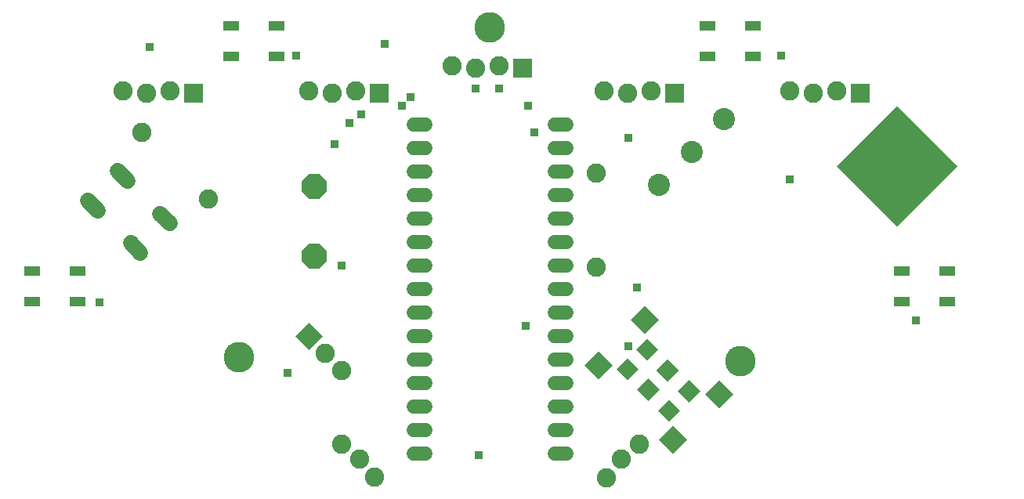
<source format=gts>
G75*
%MOIN*%
%OFA0B0*%
%FSLAX25Y25*%
%IPPOS*%
%LPD*%
%AMOC8*
5,1,8,0,0,1.08239X$1,22.5*
%
%ADD10C,0.13005*%
%ADD11R,0.06706X0.04343*%
%ADD12C,0.09400*%
%ADD13C,0.08200*%
%ADD14OC8,0.10800*%
%ADD15R,0.08200X0.08200*%
%ADD16C,0.05950*%
%ADD17C,0.06800*%
%ADD18R,0.08200X0.08200*%
%ADD19R,0.08477X0.08477*%
%ADD20R,0.06737X0.06737*%
%ADD21R,0.36233X0.36233*%
%ADD22R,0.03778X0.03778*%
D10*
X0121438Y0098308D03*
X0334910Y0096808D03*
X0228209Y0238957D03*
D11*
X0320926Y0239548D03*
X0340217Y0239548D03*
X0340217Y0226556D03*
X0320926Y0226556D03*
X0403603Y0135217D03*
X0403603Y0122225D03*
X0422894Y0122225D03*
X0422894Y0135217D03*
X0137461Y0226556D03*
X0118170Y0226556D03*
X0118170Y0239548D03*
X0137461Y0239548D03*
X0052816Y0135217D03*
X0033524Y0135217D03*
X0033524Y0122225D03*
X0052816Y0122225D03*
D12*
X0300073Y0171870D03*
X0313993Y0185789D03*
X0327912Y0199708D03*
D13*
X0355690Y0211898D03*
X0365690Y0210898D03*
X0375690Y0211898D03*
X0296950Y0211898D03*
X0286950Y0210898D03*
X0276950Y0211898D03*
X0231989Y0222459D03*
X0221989Y0221459D03*
X0211989Y0222459D03*
X0170965Y0211898D03*
X0160965Y0210898D03*
X0150965Y0211898D03*
X0092225Y0211898D03*
X0082225Y0210898D03*
X0072225Y0211898D03*
X0080209Y0194044D03*
X0108493Y0165760D03*
X0158105Y0100050D03*
X0164988Y0092796D03*
X0165122Y0061585D03*
X0172900Y0055221D03*
X0179264Y0047443D03*
X0277813Y0047300D03*
X0284177Y0055079D03*
X0291955Y0061443D03*
X0273623Y0136743D03*
X0273623Y0176743D03*
D14*
X0153406Y0171080D03*
X0153406Y0141480D03*
D15*
X0180965Y0210898D03*
X0241989Y0221459D03*
X0306950Y0210898D03*
X0385690Y0210898D03*
X0102225Y0210898D03*
D16*
X0195792Y0197359D02*
X0200942Y0197359D01*
X0200942Y0187359D02*
X0195792Y0187359D01*
X0195792Y0177359D02*
X0200942Y0177359D01*
X0200942Y0167359D02*
X0195792Y0167359D01*
X0195792Y0157359D02*
X0200942Y0157359D01*
X0200942Y0147359D02*
X0195792Y0147359D01*
X0195792Y0137359D02*
X0200942Y0137359D01*
X0200942Y0127359D02*
X0195792Y0127359D01*
X0195792Y0117359D02*
X0200942Y0117359D01*
X0200942Y0107359D02*
X0195792Y0107359D01*
X0195792Y0097359D02*
X0200942Y0097359D01*
X0200942Y0087359D02*
X0195792Y0087359D01*
X0195792Y0077359D02*
X0200942Y0077359D01*
X0200942Y0067359D02*
X0195792Y0067359D01*
X0195792Y0057359D02*
X0200942Y0057359D01*
X0255792Y0057359D02*
X0260942Y0057359D01*
X0260942Y0067359D02*
X0255792Y0067359D01*
X0255792Y0077359D02*
X0260942Y0077359D01*
X0260942Y0087359D02*
X0255792Y0087359D01*
X0255792Y0097359D02*
X0260942Y0097359D01*
X0260942Y0107359D02*
X0255792Y0107359D01*
X0255792Y0117359D02*
X0260942Y0117359D01*
X0260942Y0127359D02*
X0255792Y0127359D01*
X0255792Y0137359D02*
X0260942Y0137359D01*
X0260942Y0147359D02*
X0255792Y0147359D01*
X0255792Y0157359D02*
X0260942Y0157359D01*
X0260942Y0167359D02*
X0255792Y0167359D01*
X0255792Y0177359D02*
X0260942Y0177359D01*
X0260942Y0187359D02*
X0255792Y0187359D01*
X0255792Y0197359D02*
X0260942Y0197359D01*
D17*
X0092132Y0155338D02*
X0087889Y0159581D01*
X0075303Y0146994D02*
X0079545Y0142752D01*
X0061443Y0160854D02*
X0057201Y0165096D01*
X0069787Y0177683D02*
X0074030Y0173440D01*
D18*
G36*
X0151070Y0101508D02*
X0145425Y0107455D01*
X0151372Y0113100D01*
X0157017Y0107153D01*
X0151070Y0101508D01*
G37*
D19*
G36*
X0280457Y0095259D02*
X0274464Y0089266D01*
X0268471Y0095259D01*
X0274464Y0101252D01*
X0280457Y0095259D01*
G37*
G36*
X0300256Y0114493D02*
X0294263Y0108500D01*
X0288270Y0114493D01*
X0294263Y0120486D01*
X0300256Y0114493D01*
G37*
G36*
X0331722Y0082885D02*
X0325729Y0076892D01*
X0319736Y0082885D01*
X0325729Y0088878D01*
X0331722Y0082885D01*
G37*
G36*
X0312277Y0063439D02*
X0306284Y0057446D01*
X0300291Y0063439D01*
X0306284Y0069432D01*
X0312277Y0063439D01*
G37*
D20*
G36*
X0309279Y0075814D02*
X0304516Y0071051D01*
X0299753Y0075814D01*
X0304516Y0080577D01*
X0309279Y0075814D01*
G37*
G36*
X0317764Y0084016D02*
X0313001Y0079253D01*
X0308238Y0084016D01*
X0313001Y0088779D01*
X0317764Y0084016D01*
G37*
G36*
X0308713Y0092926D02*
X0303950Y0088163D01*
X0299187Y0092926D01*
X0303950Y0097689D01*
X0308713Y0092926D01*
G37*
G36*
X0300440Y0084653D02*
X0295677Y0079890D01*
X0290914Y0084653D01*
X0295677Y0089416D01*
X0300440Y0084653D01*
G37*
G36*
X0291601Y0093491D02*
X0286838Y0088728D01*
X0282075Y0093491D01*
X0286838Y0098254D01*
X0291601Y0093491D01*
G37*
G36*
X0299945Y0101694D02*
X0295182Y0096931D01*
X0290419Y0101694D01*
X0295182Y0106457D01*
X0299945Y0101694D01*
G37*
D21*
G36*
X0427057Y0179902D02*
X0401438Y0154283D01*
X0375819Y0179902D01*
X0401438Y0205521D01*
X0427057Y0179902D01*
G37*
D22*
X0142048Y0091733D03*
X0165172Y0137359D03*
X0153659Y0141733D03*
X0162048Y0189233D03*
X0168298Y0198227D03*
X0173298Y0201733D03*
X0190798Y0205483D03*
X0194548Y0209233D03*
X0222048Y0212739D03*
X0232048Y0212739D03*
X0244548Y0205483D03*
X0247048Y0194233D03*
X0287048Y0191733D03*
X0355798Y0174233D03*
X0290798Y0127983D03*
X0287048Y0102983D03*
X0243298Y0111733D03*
X0223298Y0056733D03*
X0062048Y0121733D03*
X0145798Y0226733D03*
X0183298Y0231733D03*
X0083298Y0230483D03*
X0352048Y0226733D03*
X0409548Y0114233D03*
M02*

</source>
